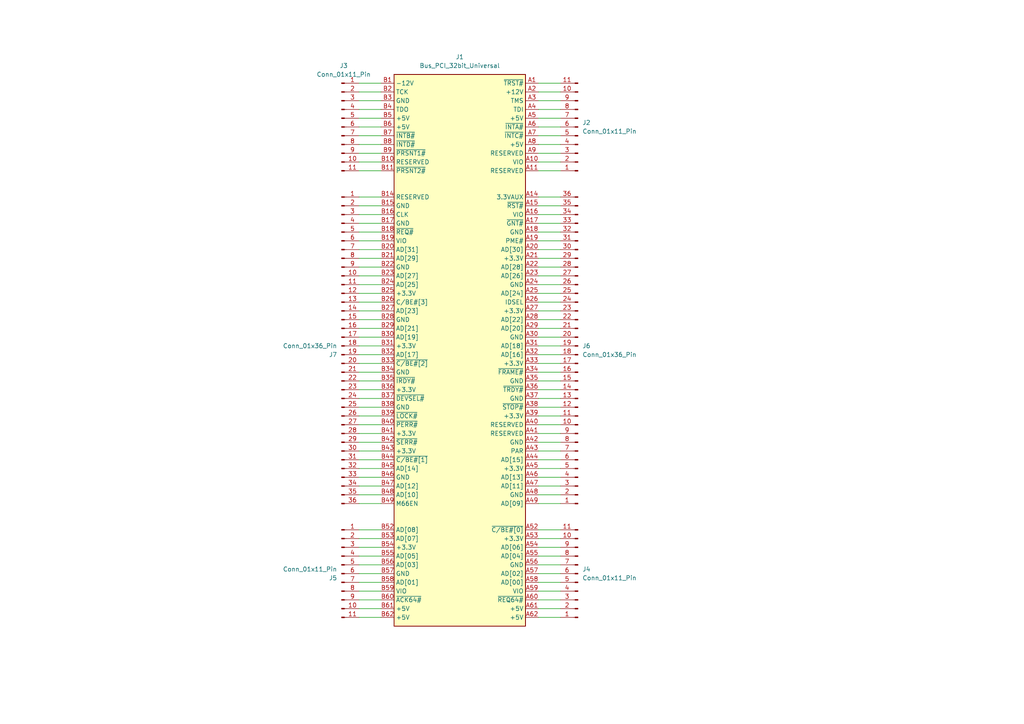
<source format=kicad_sch>
(kicad_sch (version 20250114) (generator "eeschema") (generator_version "9.0")
  (paper "A4")
  (lib_symbols
    (symbol "Connector:Bus_PCI_32bit_Universal"
      (property "Reference" "J" (at 0 80.01 0))
      (property "Value" "Bus_PCI_32bit_Universal" (at 0 -82.55 0))
      (symbol "Bus_PCI_32bit_Universal_0_1"
        (rectangle (start -19.05 78.74) (end 19.05 -81.28) (stroke (width 0.254)) (fill (type background)))
      )
      (symbol "Bus_PCI_32bit_Universal_1_1"
        (pin power_in line (at -22.86 76.2 0) (length 3.81) (name "-12V") (number "B1"))
        (pin output line (at -22.86 73.66 0) (length 3.81) (name "TCK") (number "B2"))
        (pin power_in line (at -22.86 71.12 0) (length 3.81) (name "GND") (number "B3"))
        (pin input line (at -22.86 68.58 0) (length 3.81) (name "TDO") (number "B4"))
        (pin power_in line (at -22.86 66.04 0) (length 3.81) (name "+5V") (number "B5"))
        (pin power_in line (at -22.86 63.5 0) (length 3.81) (name "+5V") (number "B6"))
        (pin input line (at -22.86 60.96 0) (length 3.81) (name "~{INTB#}") (number "B7"))
        (pin input line (at -22.86 58.42 0) (length 3.81) (name "~{INTD#}") (number "B8"))
        (pin input line (at -22.86 55.88 0) (length 3.81) (name "~{PRSNT1#}") (number "B9"))
        (pin passive line (at -22.86 53.34 0) (length 3.81) (name "RESERVED") (number "B10"))
        (pin input line (at -22.86 50.8 0) (length 3.81) (name "~{PRSNT2#}") (number "B11"))
        (pin passive line (at -22.86 43.18 0) (length 3.81) (name "RESERVED") (number "B14"))
        (pin power_in line (at -22.86 40.64 0) (length 3.81) (name "GND") (number "B15"))
        (pin output line (at -22.86 38.1 0) (length 3.81) (name "CLK") (number "B16"))
        (pin power_in line (at -22.86 35.56 0) (length 3.81) (name "GND") (number "B17"))
        (pin bidirectional line (at -22.86 33.02 0) (length 3.81) (name "~{REQ#}") (number "B18"))
        (pin power_in line (at -22.86 30.48 0) (length 3.81) (name "VIO") (number "B19"))
        (pin bidirectional line (at -22.86 27.94 0) (length 3.81) (name "AD[31]") (number "B20"))
        (pin bidirectional line (at -22.86 25.4 0) (length 3.81) (name "AD[29]") (number "B21"))
        (pin power_in line (at -22.86 22.86 0) (length 3.81) (name "GND") (number "B22"))
        (pin bidirectional line (at -22.86 20.32 0) (length 3.81) (name "AD[27]") (number "B23"))
        (pin bidirectional line (at -22.86 17.78 0) (length 3.81) (name "AD[25]") (number "B24"))
        (pin power_in line (at -22.86 15.24 0) (length 3.81) (name "+3.3V") (number "B25"))
        (pin bidirectional line (at -22.86 12.7 0) (length 3.81) (name "C/BE#[3]") (number "B26"))
        (pin bidirectional line (at -22.86 10.16 0) (length 3.81) (name "AD[23]") (number "B27"))
        (pin power_in line (at -22.86 7.62 0) (length 3.81) (name "GND") (number "B28"))
        (pin bidirectional line (at -22.86 5.08 0) (length 3.81) (name "AD[21]") (number "B29"))
        (pin bidirectional line (at -22.86 2.54 0) (length 3.81) (name "AD[19]") (number "B30"))
        (pin power_in line (at -22.86 0 0) (length 3.81) (name "+3.3V") (number "B31"))
        (pin bidirectional line (at -22.86 -2.54 0) (length 3.81) (name "AD[17]") (number "B32"))
        (pin bidirectional line (at -22.86 -5.08 0) (length 3.81) (name "~{C/BE#[2]}") (number "B33"))
        (pin power_in line (at -22.86 -7.62 0) (length 3.81) (name "GND") (number "B34"))
        (pin bidirectional line (at -22.86 -10.16 0) (length 3.81) (name "~{IRDY#}") (number "B35"))
        (pin power_in line (at -22.86 -12.7 0) (length 3.81) (name "+3.3V") (number "B36"))
        (pin bidirectional line (at -22.86 -15.24 0) (length 3.81) (name "~{DEVSEL#}") (number "B37"))
        (pin power_in line (at -22.86 -17.78 0) (length 3.81) (name "GND") (number "B38"))
        (pin bidirectional line (at -22.86 -20.32 0) (length 3.81) (name "~{LOCK#}") (number "B39"))
        (pin bidirectional line (at -22.86 -22.86 0) (length 3.81) (name "~{PERR#}") (number "B40"))
        (pin power_in line (at -22.86 -25.4 0) (length 3.81) (name "+3.3V") (number "B41"))
        (pin input line (at -22.86 -27.94 0) (length 3.81) (name "~{SERR#}") (number "B42"))
        (pin power_in line (at -22.86 -30.48 0) (length 3.81) (name "+3.3V") (number "B43"))
        (pin bidirectional line (at -22.86 -33.02 0) (length 3.81) (name "~{C/BE#[1]}") (number "B44"))
        (pin bidirectional line (at -22.86 -35.56 0) (length 3.81) (name "AD[14]") (number "B45"))
        (pin power_in line (at -22.86 -38.1 0) (length 3.81) (name "GND") (number "B46"))
        (pin bidirectional line (at -22.86 -40.64 0) (length 3.81) (name "AD[12]") (number "B47"))
        (pin bidirectional line (at -22.86 -43.18 0) (length 3.81) (name "AD[10]") (number "B48"))
        (pin power_in line (at -22.86 -45.72 0) (length 3.81) (name "M66EN") (number "B49"))
        (pin bidirectional line (at -22.86 -53.34 0) (length 3.81) (name "AD[08]") (number "B52"))
        (pin bidirectional line (at -22.86 -55.88 0) (length 3.81) (name "AD[07]") (number "B53"))
        (pin input line (at -22.86 -58.42 0) (length 3.81) (name "+3.3V") (number "B54"))
        (pin bidirectional line (at -22.86 -60.96 0) (length 3.81) (name "AD[05]") (number "B55"))
        (pin bidirectional line (at -22.86 -63.5 0) (length 3.81) (name "AD[03]") (number "B56"))
        (pin power_in line (at -22.86 -66.04 0) (length 3.81) (name "GND") (number "B57"))
        (pin bidirectional line (at -22.86 -68.58 0) (length 3.81) (name "AD[01]") (number "B58"))
        (pin power_in line (at -22.86 -71.12 0) (length 3.81) (name "VIO") (number "B59"))
        (pin bidirectional line (at -22.86 -73.66 0) (length 3.81) (name "~{ACK64#}") (number "B60"))
        (pin power_in line (at -22.86 -76.2 0) (length 3.81) (name "+5V") (number "B61"))
        (pin power_in line (at -22.86 -78.74 0) (length 3.81) (name "+5V") (number "B62"))
        (pin output line (at 22.86 76.2 180) (length 3.81) (name "~{TRST#}") (number "A1"))
        (pin power_in line (at 22.86 73.66 180) (length 3.81) (name "+12V") (number "A2"))
        (pin output line (at 22.86 71.12 180) (length 3.81) (name "TMS") (number "A3"))
        (pin output line (at 22.86 68.58 180) (length 3.81) (name "TDI") (number "A4"))
        (pin power_in line (at 22.86 66.04 180) (length 3.81) (name "+5V") (number "A5"))
        (pin input line (at 22.86 63.5 180) (length 3.81) (name "~{INTA#}") (number "A6"))
        (pin input line (at 22.86 60.96 180) (length 3.81) (name "~{INTC#}") (number "A7"))
        (pin power_in line (at 22.86 58.42 180) (length 3.81) (name "+5V") (number "A8"))
        (pin passive line (at 22.86 55.88 180) (length 3.81) (name "RESERVED") (number "A9"))
        (pin power_in line (at 22.86 53.34 180) (length 3.81) (name "VIO") (number "A10"))
        (pin passive line (at 22.86 50.8 180) (length 3.81) (name "RESERVED") (number "A11"))
        (pin passive line (at 22.86 43.18 180) (length 3.81) (name "3.3VAUX") (number "A14"))
        (pin output line (at 22.86 40.64 180) (length 3.81) (name "~{RST#}") (number "A15"))
        (pin power_in line (at 22.86 38.1 180) (length 3.81) (name "VIO") (number "A16"))
        (pin bidirectional line (at 22.86 35.56 180) (length 3.81) (name "~{GNT#}") (number "A17"))
        (pin power_in line (at 22.86 33.02 180) (length 3.81) (name "GND") (number "A18"))
        (pin passive line (at 22.86 30.48 180) (length 3.81) (name "PME#") (number "A19"))
        (pin bidirectional line (at 22.86 27.94 180) (length 3.81) (name "AD[30]") (number "A20"))
        (pin power_in line (at 22.86 25.4 180) (length 3.81) (name "+3.3V") (number "A21"))
        (pin bidirectional line (at 22.86 22.86 180) (length 3.81) (name "AD[28]") (number "A22"))
        (pin bidirectional line (at 22.86 20.32 180) (length 3.81) (name "AD[26]") (number "A23"))
        (pin power_in line (at 22.86 17.78 180) (length 3.81) (name "GND") (number "A24"))
        (pin bidirectional line (at 22.86 15.24 180) (length 3.81) (name "AD[24]") (number "A25"))
        (pin output line (at 22.86 12.7 180) (length 3.81) (name "IDSEL") (number "A26"))
        (pin power_in line (at 22.86 10.16 180) (length 3.81) (name "+3.3V") (number "A27"))
        (pin bidirectional line (at 22.86 7.62 180) (length 3.81) (name "AD[22]") (number "A28"))
        (pin bidirectional line (at 22.86 5.08 180) (length 3.81) (name "AD[20]") (number "A29"))
        (pin power_in line (at 22.86 2.54 180) (length 3.81) (name "GND") (number "A30"))
        (pin bidirectional line (at 22.86 0 180) (length 3.81) (name "AD[18]") (number "A31"))
        (pin bidirectional line (at 22.86 -2.54 180) (length 3.81) (name "AD[16]") (number "A32"))
        (pin power_in line (at 22.86 -5.08 180) (length 3.81) (name "+3.3V") (number "A33"))
        (pin bidirectional line (at 22.86 -7.62 180) (length 3.81) (name "~{FRAME#}") (number "A34"))
        (pin power_in line (at 22.86 -10.16 180) (length 3.81) (name "GND") (number "A35"))
        (pin bidirectional line (at 22.86 -12.7 180) (length 3.81) (name "~{TRDY#}") (number "A36"))
        (pin power_in line (at 22.86 -15.24 180) (length 3.81) (name "GND") (number "A37"))
        (pin bidirectional line (at 22.86 -17.78 180) (length 3.81) (name "~{STOP#}") (number "A38"))
        (pin power_in line (at 22.86 -20.32 180) (length 3.81) (name "+3.3V") (number "A39"))
        (pin bidirectional line (at 22.86 -22.86 180) (length 3.81) (name "RESERVED") (number "A40"))
        (pin bidirectional line (at 22.86 -25.4 180) (length 3.81) (name "RESERVED") (number "A41"))
        (pin power_in line (at 22.86 -27.94 180) (length 3.81) (name "GND") (number "A42"))
        (pin bidirectional line (at 22.86 -30.48 180) (length 3.81) (name "PAR") (number "A43"))
        (pin bidirectional line (at 22.86 -33.02 180) (length 3.81) (name "AD[15]") (number "A44"))
        (pin power_in line (at 22.86 -35.56 180) (length 3.81) (name "+3.3V") (number "A45"))
        (pin bidirectional line (at 22.86 -38.1 180) (length 3.81) (name "AD[13]") (number "A46"))
        (pin bidirectional line (at 22.86 -40.64 180) (length 3.81) (name "AD[11]") (number "A47"))
        (pin power_in line (at 22.86 -43.18 180) (length 3.81) (name "GND") (number "A48"))
        (pin bidirectional line (at 22.86 -45.72 180) (length 3.81) (name "AD[09]") (number "A49"))
        (pin bidirectional line (at 22.86 -53.34 180) (length 3.81) (name "~{C/BE#[0]}") (number "A52"))
        (pin power_in line (at 22.86 -55.88 180) (length 3.81) (name "+3.3V") (number "A53"))
        (pin bidirectional line (at 22.86 -58.42 180) (length 3.81) (name "AD[06]") (number "A54"))
        (pin bidirectional line (at 22.86 -60.96 180) (length 3.81) (name "AD[04]") (number "A55"))
        (pin power_in line (at 22.86 -63.5 180) (length 3.81) (name "GND") (number "A56"))
        (pin bidirectional line (at 22.86 -66.04 180) (length 3.81) (name "AD[02]") (number "A57"))
        (pin bidirectional line (at 22.86 -68.58 180) (length 3.81) (name "AD[00]") (number "A58"))
        (pin power_in line (at 22.86 -71.12 180) (length 3.81) (name "VIO") (number "A59"))
        (pin bidirectional line (at 22.86 -73.66 180) (length 3.81) (name "~{REQ64#}") (number "A60"))
        (pin power_in line (at 22.86 -76.2 180) (length 3.81) (name "+5V") (number "A61"))
        (pin power_in line (at 22.86 -78.74 180) (length 3.81) (name "+5V") (number "A62"))
      )
    )
    (symbol "Connector:Conn_01x11_Pin" (pin_names (offset 1.016) (hide yes))
      (property "Reference" "J" (at 0 15.24 0))
      (property "Value" "Conn_01x11_Pin" (at 0 -15.24 0))
      (symbol "Conn_01x11_Pin_1_1"
        (rectangle (start 0.8636 12.827) (end 0 12.573) (stroke (width 0.1524)) (fill (type outline)))
        (rectangle (start 0.8636 10.287) (end 0 10.033) (stroke (width 0.1524)) (fill (type outline)))
        (rectangle (start 0.8636 7.747) (end 0 7.493) (stroke (width 0.1524)) (fill (type outline)))
        (rectangle (start 0.8636 5.207) (end 0 4.953) (stroke (width 0.1524)) (fill (type outline)))
        (rectangle (start 0.8636 2.667) (end 0 2.413) (stroke (width 0.1524)) (fill (type outline)))
        (rectangle (start 0.8636 0.127) (end 0 -0.127) (stroke (width 0.1524)) (fill (type outline)))
        (rectangle (start 0.8636 -2.413) (end 0 -2.667) (stroke (width 0.1524)) (fill (type outline)))
        (rectangle (start 0.8636 -4.953) (end 0 -5.207) (stroke (width 0.1524)) (fill (type outline)))
        (rectangle (start 0.8636 -7.493) (end 0 -7.747) (stroke (width 0.1524)) (fill (type outline)))
        (rectangle (start 0.8636 -10.033) (end 0 -10.287) (stroke (width 0.1524)) (fill (type outline)))
        (rectangle (start 0.8636 -12.573) (end 0 -12.827) (stroke (width 0.1524)) (fill (type outline)))
        (polyline (pts (xy 1.27 12.7) (xy 0.8636 12.7)) (stroke (width 0.1524)))
        (polyline (pts (xy 1.27 10.16) (xy 0.8636 10.16)) (stroke (width 0.1524)))
        (polyline (pts (xy 1.27 7.62) (xy 0.8636 7.62)) (stroke (width 0.1524)))
        (polyline (pts (xy 1.27 5.08) (xy 0.8636 5.08)) (stroke (width 0.1524)))
        (polyline (pts (xy 1.27 2.54) (xy 0.8636 2.54)) (stroke (width 0.1524)))
        (polyline (pts (xy 1.27 0) (xy 0.8636 0)) (stroke (width 0.1524)))
        (polyline (pts (xy 1.27 -2.54) (xy 0.8636 -2.54)) (stroke (width 0.1524)))
        (polyline (pts (xy 1.27 -5.08) (xy 0.8636 -5.08)) (stroke (width 0.1524)))
        (polyline (pts (xy 1.27 -7.62) (xy 0.8636 -7.62)) (stroke (width 0.1524)))
        (polyline (pts (xy 1.27 -10.16) (xy 0.8636 -10.16)) (stroke (width 0.1524)))
        (polyline (pts (xy 1.27 -12.7) (xy 0.8636 -12.7)) (stroke (width 0.1524)))
        (pin passive line (at 5.08 12.7 180) (length 3.81) (name "Pin_1") (number "1"))
        (pin passive line (at 5.08 10.16 180) (length 3.81) (name "Pin_2") (number "2"))
        (pin passive line (at 5.08 7.62 180) (length 3.81) (name "Pin_3") (number "3"))
        (pin passive line (at 5.08 5.08 180) (length 3.81) (name "Pin_4") (number "4"))
        (pin passive line (at 5.08 2.54 180) (length 3.81) (name "Pin_5") (number "5"))
        (pin passive line (at 5.08 0 180) (length 3.81) (name "Pin_6") (number "6"))
        (pin passive line (at 5.08 -2.54 180) (length 3.81) (name "Pin_7") (number "7"))
        (pin passive line (at 5.08 -5.08 180) (length 3.81) (name "Pin_8") (number "8"))
        (pin passive line (at 5.08 -7.62 180) (length 3.81) (name "Pin_9") (number "9"))
        (pin passive line (at 5.08 -10.16 180) (length 3.81) (name "Pin_10") (number "10"))
        (pin passive line (at 5.08 -12.7 180) (length 3.81) (name "Pin_11") (number "11"))
      )
    )
    (symbol "Connector:Conn_01x36_Pin" (pin_names (offset 1.016) (hide yes))
      (property "Reference" "J" (at 0 45.72 0))
      (property "Value" "Conn_01x36_Pin" (at 0 -48.26 0))
      (symbol "Conn_01x36_Pin_1_1"
        (rectangle (start 0.8636 43.307) (end 0 43.053) (stroke (width 0.1524)) (fill (type outline)))
        (rectangle (start 0.8636 40.767) (end 0 40.513) (stroke (width 0.1524)) (fill (type outline)))
        (rectangle (start 0.8636 38.227) (end 0 37.973) (stroke (width 0.1524)) (fill (type outline)))
        (rectangle (start 0.8636 35.687) (end 0 35.433) (stroke (width 0.1524)) (fill (type outline)))
        (rectangle (start 0.8636 33.147) (end 0 32.893) (stroke (width 0.1524)) (fill (type outline)))
        (rectangle (start 0.8636 30.607) (end 0 30.353) (stroke (width 0.1524)) (fill (type outline)))
        (rectangle (start 0.8636 28.067) (end 0 27.813) (stroke (width 0.1524)) (fill (type outline)))
        (rectangle (start 0.8636 25.527) (end 0 25.273) (stroke (width 0.1524)) (fill (type outline)))
        (rectangle (start 0.8636 22.987) (end 0 22.733) (stroke (width 0.1524)) (fill (type outline)))
        (rectangle (start 0.8636 20.447) (end 0 20.193) (stroke (width 0.1524)) (fill (type outline)))
        (rectangle (start 0.8636 17.907) (end 0 17.653) (stroke (width 0.1524)) (fill (type outline)))
        (rectangle (start 0.8636 15.367) (end 0 15.113) (stroke (width 0.1524)) (fill (type outline)))
        (rectangle (start 0.8636 12.827) (end 0 12.573) (stroke (width 0.1524)) (fill (type outline)))
        (rectangle (start 0.8636 10.287) (end 0 10.033) (stroke (width 0.1524)) (fill (type outline)))
        (rectangle (start 0.8636 7.747) (end 0 7.493) (stroke (width 0.1524)) (fill (type outline)))
        (rectangle (start 0.8636 5.207) (end 0 4.953) (stroke (width 0.1524)) (fill (type outline)))
        (rectangle (start 0.8636 2.667) (end 0 2.413) (stroke (width 0.1524)) (fill (type outline)))
        (rectangle (start 0.8636 0.127) (end 0 -0.127) (stroke (width 0.1524)) (fill (type outline)))
        (rectangle (start 0.8636 -2.413) (end 0 -2.667) (stroke (width 0.1524)) (fill (type outline)))
        (rectangle (start 0.8636 -4.953) (end 0 -5.207) (stroke (width 0.1524)) (fill (type outline)))
        (rectangle (start 0.8636 -7.493) (end 0 -7.747) (stroke (width 0.1524)) (fill (type outline)))
        (rectangle (start 0.8636 -10.033) (end 0 -10.287) (stroke (width 0.1524)) (fill (type outline)))
        (rectangle (start 0.8636 -12.573) (end 0 -12.827) (stroke (width 0.1524)) (fill (type outline)))
        (rectangle (start 0.8636 -15.113) (end 0 -15.367) (stroke (width 0.1524)) (fill (type outline)))
        (rectangle (start 0.8636 -17.653) (end 0 -17.907) (stroke (width 0.1524)) (fill (type outline)))
        (rectangle (start 0.8636 -20.193) (end 0 -20.447) (stroke (width 0.1524)) (fill (type outline)))
        (rectangle (start 0.8636 -22.733) (end 0 -22.987) (stroke (width 0.1524)) (fill (type outline)))
        (rectangle (start 0.8636 -25.273) (end 0 -25.527) (stroke (width 0.1524)) (fill (type outline)))
        (rectangle (start 0.8636 -27.813) (end 0 -28.067) (stroke (width 0.1524)) (fill (type outline)))
        (rectangle (start 0.8636 -30.353) (end 0 -30.607) (stroke (width 0.1524)) (fill (type outline)))
        (rectangle (start 0.8636 -32.893) (end 0 -33.147) (stroke (width 0.1524)) (fill (type outline)))
        (rectangle (start 0.8636 -35.433) (end 0 -35.687) (stroke (width 0.1524)) (fill (type outline)))
        (rectangle (start 0.8636 -37.973) (end 0 -38.227) (stroke (width 0.1524)) (fill (type outline)))
        (rectangle (start 0.8636 -40.513) (end 0 -40.767) (stroke (width 0.1524)) (fill (type outline)))
        (rectangle (start 0.8636 -43.053) (end 0 -43.307) (stroke (width 0.1524)) (fill (type outline)))
        (rectangle (start 0.8636 -45.593) (end 0 -45.847) (stroke (width 0.1524)) (fill (type outline)))
        (polyline (pts (xy 1.27 43.18) (xy 0.8636 43.18)) (stroke (width 0.1524)))
        (polyline (pts (xy 1.27 40.64) (xy 0.8636 40.64)) (stroke (width 0.1524)))
        (polyline (pts (xy 1.27 38.1) (xy 0.8636 38.1)) (stroke (width 0.1524)))
        (polyline (pts (xy 1.27 35.56) (xy 0.8636 35.56)) (stroke (width 0.1524)))
        (polyline (pts (xy 1.27 33.02) (xy 0.8636 33.02)) (stroke (width 0.1524)))
        (polyline (pts (xy 1.27 30.48) (xy 0.8636 30.48)) (stroke (width 0.1524)))
        (polyline (pts (xy 1.27 27.94) (xy 0.8636 27.94)) (stroke (width 0.1524)))
        (polyline (pts (xy 1.27 25.4) (xy 0.8636 25.4)) (stroke (width 0.1524)))
        (polyline (pts (xy 1.27 22.86) (xy 0.8636 22.86)) (stroke (width 0.1524)))
        (polyline (pts (xy 1.27 20.32) (xy 0.8636 20.32)) (stroke (width 0.1524)))
        (polyline (pts (xy 1.27 17.78) (xy 0.8636 17.78)) (stroke (width 0.1524)))
        (polyline (pts (xy 1.27 15.24) (xy 0.8636 15.24)) (stroke (width 0.1524)))
        (polyline (pts (xy 1.27 12.7) (xy 0.8636 12.7)) (stroke (width 0.1524)))
        (polyline (pts (xy 1.27 10.16) (xy 0.8636 10.16)) (stroke (width 0.1524)))
        (polyline (pts (xy 1.27 7.62) (xy 0.8636 7.62)) (stroke (width 0.1524)))
        (polyline (pts (xy 1.27 5.08) (xy 0.8636 5.08)) (stroke (width 0.1524)))
        (polyline (pts (xy 1.27 2.54) (xy 0.8636 2.54)) (stroke (width 0.1524)))
        (polyline (pts (xy 1.27 0) (xy 0.8636 0)) (stroke (width 0.1524)))
        (polyline (pts (xy 1.27 -2.54) (xy 0.8636 -2.54)) (stroke (width 0.1524)))
        (polyline (pts (xy 1.27 -5.08) (xy 0.8636 -5.08)) (stroke (width 0.1524)))
        (polyline (pts (xy 1.27 -7.62) (xy 0.8636 -7.62)) (stroke (width 0.1524)))
        (polyline (pts (xy 1.27 -10.16) (xy 0.8636 -10.16)) (stroke (width 0.1524)))
        (polyline (pts (xy 1.27 -12.7) (xy 0.8636 -12.7)) (stroke (width 0.1524)))
        (polyline (pts (xy 1.27 -15.24) (xy 0.8636 -15.24)) (stroke (width 0.1524)))
        (polyline (pts (xy 1.27 -17.78) (xy 0.8636 -17.78)) (stroke (width 0.1524)))
        (polyline (pts (xy 1.27 -20.32) (xy 0.8636 -20.32)) (stroke (width 0.1524)))
        (polyline (pts (xy 1.27 -22.86) (xy 0.8636 -22.86)) (stroke (width 0.1524)))
        (polyline (pts (xy 1.27 -25.4) (xy 0.8636 -25.4)) (stroke (width 0.1524)))
        (polyline (pts (xy 1.27 -27.94) (xy 0.8636 -27.94)) (stroke (width 0.1524)))
        (polyline (pts (xy 1.27 -30.48) (xy 0.8636 -30.48)) (stroke (width 0.1524)))
        (polyline (pts (xy 1.27 -33.02) (xy 0.8636 -33.02)) (stroke (width 0.1524)))
        (polyline (pts (xy 1.27 -35.56) (xy 0.8636 -35.56)) (stroke (width 0.1524)))
        (polyline (pts (xy 1.27 -38.1) (xy 0.8636 -38.1)) (stroke (width 0.1524)))
        (polyline (pts (xy 1.27 -40.64) (xy 0.8636 -40.64)) (stroke (width 0.1524)))
        (polyline (pts (xy 1.27 -43.18) (xy 0.8636 -43.18)) (stroke (width 0.1524)))
        (polyline (pts (xy 1.27 -45.72) (xy 0.8636 -45.72)) (stroke (width 0.1524)))
        (pin passive line (at 5.08 43.18 180) (length 3.81) (name "Pin_1") (number "1"))
        (pin passive line (at 5.08 40.64 180) (length 3.81) (name "Pin_2") (number "2"))
        (pin passive line (at 5.08 38.1 180) (length 3.81) (name "Pin_3") (number "3"))
        (pin passive line (at 5.08 35.56 180) (length 3.81) (name "Pin_4") (number "4"))
        (pin passive line (at 5.08 33.02 180) (length 3.81) (name "Pin_5") (number "5"))
        (pin passive line (at 5.08 30.48 180) (length 3.81) (name "Pin_6") (number "6"))
        (pin passive line (at 5.08 27.94 180) (length 3.81) (name "Pin_7") (number "7"))
        (pin passive line (at 5.08 25.4 180) (length 3.81) (name "Pin_8") (number "8"))
        (pin passive line (at 5.08 22.86 180) (length 3.81) (name "Pin_9") (number "9"))
        (pin passive line (at 5.08 20.32 180) (length 3.81) (name "Pin_10") (number "10"))
        (pin passive line (at 5.08 17.78 180) (length 3.81) (name "Pin_11") (number "11"))
        (pin passive line (at 5.08 15.24 180) (length 3.81) (name "Pin_12") (number "12"))
        (pin passive line (at 5.08 12.7 180) (length 3.81) (name "Pin_13") (number "13"))
        (pin passive line (at 5.08 10.16 180) (length 3.81) (name "Pin_14") (number "14"))
        (pin passive line (at 5.08 7.62 180) (length 3.81) (name "Pin_15") (number "15"))
        (pin passive line (at 5.08 5.08 180) (length 3.81) (name "Pin_16") (number "16"))
        (pin passive line (at 5.08 2.54 180) (length 3.81) (name "Pin_17") (number "17"))
        (pin passive line (at 5.08 0 180) (length 3.81) (name "Pin_18") (number "18"))
        (pin passive line (at 5.08 -2.54 180) (length 3.81) (name "Pin_19") (number "19"))
        (pin passive line (at 5.08 -5.08 180) (length 3.81) (name "Pin_20") (number "20"))
        (pin passive line (at 5.08 -7.62 180) (length 3.81) (name "Pin_21") (number "21"))
        (pin passive line (at 5.08 -10.16 180) (length 3.81) (name "Pin_22") (number "22"))
        (pin passive line (at 5.08 -12.7 180) (length 3.81) (name "Pin_23") (number "23"))
        (pin passive line (at 5.08 -15.24 180) (length 3.81) (name "Pin_24") (number "24"))
        (pin passive line (at 5.08 -17.78 180) (length 3.81) (name "Pin_25") (number "25"))
        (pin passive line (at 5.08 -20.32 180) (length 3.81) (name "Pin_26") (number "26"))
        (pin passive line (at 5.08 -22.86 180) (length 3.81) (name "Pin_27") (number "27"))
        (pin passive line (at 5.08 -25.4 180) (length 3.81) (name "Pin_28") (number "28"))
        (pin passive line (at 5.08 -27.94 180) (length 3.81) (name "Pin_29") (number "29"))
        (pin passive line (at 5.08 -30.48 180) (length 3.81) (name "Pin_30") (number "30"))
        (pin passive line (at 5.08 -33.02 180) (length 3.81) (name "Pin_31") (number "31"))
        (pin passive line (at 5.08 -35.56 180) (length 3.81) (name "Pin_32") (number "32"))
        (pin passive line (at 5.08 -38.1 180) (length 3.81) (name "Pin_33") (number "33"))
        (pin passive line (at 5.08 -40.64 180) (length 3.81) (name "Pin_34") (number "34"))
        (pin passive line (at 5.08 -43.18 180) (length 3.81) (name "Pin_35") (number "35"))
        (pin passive line (at 5.08 -45.72 180) (length 3.81) (name "Pin_36") (number "36"))
      )
    )
  )
  (wire (pts (xy 104.14 163.83) (xy 110.49 163.83)))
  (wire (pts (xy 104.14 90.17) (xy 110.49 90.17)))
  (wire (pts (xy 162.56 105.41) (xy 156.21 105.41)))
  (wire (pts (xy 162.56 113.03) (xy 156.21 113.03)))
  (wire (pts (xy 162.56 110.49) (xy 156.21 110.49)))
  (wire (pts (xy 162.56 173.99) (xy 156.21 173.99)))
  (wire (pts (xy 104.14 130.81) (xy 110.49 130.81)))
  (wire (pts (xy 104.14 105.41) (xy 110.49 105.41)))
  (wire (pts (xy 104.14 138.43) (xy 110.49 138.43)))
  (wire (pts (xy 162.56 156.21) (xy 156.21 156.21)))
  (wire (pts (xy 162.56 166.37) (xy 156.21 166.37)))
  (wire (pts (xy 162.56 46.99) (xy 156.21 46.99)))
  (wire (pts (xy 104.14 166.37) (xy 110.49 166.37)))
  (wire (pts (xy 104.14 179.07) (xy 110.49 179.07)))
  (wire (pts (xy 104.14 46.99) (xy 110.49 46.99)))
  (wire (pts (xy 162.56 102.87) (xy 156.21 102.87)))
  (wire (pts (xy 104.14 24.13) (xy 110.49 24.13)))
  (wire (pts (xy 162.56 163.83) (xy 156.21 163.83)))
  (wire (pts (xy 162.56 143.51) (xy 156.21 143.51)))
  (wire (pts (xy 104.14 97.79) (xy 110.49 97.79)))
  (wire (pts (xy 162.56 97.79) (xy 156.21 97.79)))
  (wire (pts (xy 104.14 171.45) (xy 110.49 171.45)))
  (wire (pts (xy 162.56 176.53) (xy 156.21 176.53)))
  (wire (pts (xy 162.56 168.91) (xy 156.21 168.91)))
  (wire (pts (xy 162.56 138.43) (xy 156.21 138.43)))
  (wire (pts (xy 162.56 62.23) (xy 156.21 62.23)))
  (wire (pts (xy 104.14 31.75) (xy 110.49 31.75)))
  (wire (pts (xy 104.14 87.63) (xy 110.49 87.63)))
  (wire (pts (xy 104.14 74.93) (xy 110.49 74.93)))
  (wire (pts (xy 162.56 158.75) (xy 156.21 158.75)))
  (wire (pts (xy 104.14 34.29) (xy 110.49 34.29)))
  (wire (pts (xy 162.56 36.83) (xy 156.21 36.83)))
  (wire (pts (xy 104.14 39.37) (xy 110.49 39.37)))
  (wire (pts (xy 104.14 100.33) (xy 110.49 100.33)))
  (wire (pts (xy 104.14 57.15) (xy 110.49 57.15)))
  (wire (pts (xy 104.14 110.49) (xy 110.49 110.49)))
  (wire (pts (xy 162.56 31.75) (xy 156.21 31.75)))
  (wire (pts (xy 104.14 120.65) (xy 110.49 120.65)))
  (wire (pts (xy 104.14 125.73) (xy 110.49 125.73)))
  (wire (pts (xy 162.56 179.07) (xy 156.21 179.07)))
  (wire (pts (xy 104.14 128.27) (xy 110.49 128.27)))
  (wire (pts (xy 104.14 67.31) (xy 110.49 67.31)))
  (wire (pts (xy 104.14 133.35) (xy 110.49 133.35)))
  (wire (pts (xy 162.56 87.63) (xy 156.21 87.63)))
  (wire (pts (xy 162.56 125.73) (xy 156.21 125.73)))
  (wire (pts (xy 104.14 146.05) (xy 110.49 146.05)))
  (wire (pts (xy 162.56 123.19) (xy 156.21 123.19)))
  (wire (pts (xy 104.14 173.99) (xy 110.49 173.99)))
  (wire (pts (xy 104.14 64.77) (xy 110.49 64.77)))
  (wire (pts (xy 104.14 29.21) (xy 110.49 29.21)))
  (wire (pts (xy 104.14 123.19) (xy 110.49 123.19)))
  (wire (pts (xy 162.56 135.89) (xy 156.21 135.89)))
  (wire (pts (xy 104.14 95.25) (xy 110.49 95.25)))
  (wire (pts (xy 104.14 113.03) (xy 110.49 113.03)))
  (wire (pts (xy 162.56 80.01) (xy 156.21 80.01)))
  (wire (pts (xy 162.56 161.29) (xy 156.21 161.29)))
  (wire (pts (xy 104.14 115.57) (xy 110.49 115.57)))
  (wire (pts (xy 104.14 85.09) (xy 110.49 85.09)))
  (wire (pts (xy 104.14 168.91) (xy 110.49 168.91)))
  (wire (pts (xy 104.14 161.29) (xy 110.49 161.29)))
  (wire (pts (xy 162.56 57.15) (xy 156.21 57.15)))
  (wire (pts (xy 162.56 29.21) (xy 156.21 29.21)))
  (wire (pts (xy 162.56 44.45) (xy 156.21 44.45)))
  (wire (pts (xy 104.14 118.11) (xy 110.49 118.11)))
  (wire (pts (xy 104.14 41.91) (xy 110.49 41.91)))
  (wire (pts (xy 162.56 77.47) (xy 156.21 77.47)))
  (wire (pts (xy 104.14 80.01) (xy 110.49 80.01)))
  (wire (pts (xy 162.56 67.31) (xy 156.21 67.31)))
  (wire (pts (xy 104.14 92.71) (xy 110.49 92.71)))
  (wire (pts (xy 162.56 107.95) (xy 156.21 107.95)))
  (wire (pts (xy 162.56 118.11) (xy 156.21 118.11)))
  (wire (pts (xy 104.14 135.89) (xy 110.49 135.89)))
  (wire (pts (xy 162.56 90.17) (xy 156.21 90.17)))
  (wire (pts (xy 104.14 102.87) (xy 110.49 102.87)))
  (wire (pts (xy 162.56 95.25) (xy 156.21 95.25)))
  (wire (pts (xy 104.14 59.69) (xy 110.49 59.69)))
  (wire (pts (xy 104.14 69.85) (xy 110.49 69.85)))
  (wire (pts (xy 104.14 44.45) (xy 110.49 44.45)))
  (wire (pts (xy 162.56 128.27) (xy 156.21 128.27)))
  (wire (pts (xy 162.56 26.67) (xy 156.21 26.67)))
  (wire (pts (xy 104.14 107.95) (xy 110.49 107.95)))
  (wire (pts (xy 162.56 171.45) (xy 156.21 171.45)))
  (wire (pts (xy 162.56 115.57) (xy 156.21 115.57)))
  (wire (pts (xy 162.56 133.35) (xy 156.21 133.35)))
  (wire (pts (xy 162.56 41.91) (xy 156.21 41.91)))
  (wire (pts (xy 162.56 92.71) (xy 156.21 92.71)))
  (wire (pts (xy 162.56 59.69) (xy 156.21 59.69)))
  (wire (pts (xy 162.56 64.77) (xy 156.21 64.77)))
  (wire (pts (xy 162.56 24.13) (xy 156.21 24.13)))
  (wire (pts (xy 104.14 176.53) (xy 110.49 176.53)))
  (wire (pts (xy 104.14 140.97) (xy 110.49 140.97)))
  (wire (pts (xy 162.56 39.37) (xy 156.21 39.37)))
  (wire (pts (xy 162.56 85.09) (xy 156.21 85.09)))
  (wire (pts (xy 104.14 77.47) (xy 110.49 77.47)))
  (wire (pts (xy 104.14 36.83) (xy 110.49 36.83)))
  (wire (pts (xy 162.56 72.39) (xy 156.21 72.39)))
  (wire (pts (xy 104.14 143.51) (xy 110.49 143.51)))
  (wire (pts (xy 162.56 120.65) (xy 156.21 120.65)))
  (wire (pts (xy 104.14 49.53) (xy 110.49 49.53)))
  (wire (pts (xy 104.14 62.23) (xy 110.49 62.23)))
  (wire (pts (xy 162.56 34.29) (xy 156.21 34.29)))
  (wire (pts (xy 162.56 140.97) (xy 156.21 140.97)))
  (wire (pts (xy 104.14 72.39) (xy 110.49 72.39)))
  (wire (pts (xy 162.56 69.85) (xy 156.21 69.85)))
  (wire (pts (xy 162.56 49.53) (xy 156.21 49.53)))
  (wire (pts (xy 104.14 82.55) (xy 110.49 82.55)))
  (wire (pts (xy 162.56 146.05) (xy 156.21 146.05)))
  (wire (pts (xy 104.14 26.67) (xy 110.49 26.67)))
  (wire (pts (xy 104.14 156.21) (xy 110.49 156.21)))
  (wire (pts (xy 162.56 153.67) (xy 156.21 153.67)))
  (wire (pts (xy 162.56 100.33) (xy 156.21 100.33)))
  (wire (pts (xy 162.56 130.81) (xy 156.21 130.81)))
  (wire (pts (xy 104.14 158.75) (xy 110.49 158.75)))
  (wire (pts (xy 162.56 82.55) (xy 156.21 82.55)))
  (wire (pts (xy 104.14 153.67) (xy 110.49 153.67)))
  (wire (pts (xy 162.56 74.93) (xy 156.21 74.93)))
  (symbol (lib_id "Connector:Conn_01x36_Pin") (at 99.06 100.33 0) (unit 1)
    (property "Reference" "J7" (at 97.79 102.8701 0) (effects (justify right)))
    (property "Value" "Conn_01x36_Pin" (at 97.79 100.3301 0) (effects (justify right)))
    (property "Footprint" "Connector_PinHeader_2.54mm:PinHeader_1x36_P2.54mm_Vertical" (effects (hide yes)))
    (property "Description" "Generic connector, single row, 01x36, script generated" (effects (hide yes)))
  )
  (symbol (lib_id "Connector:Bus_PCI_32bit_Universal") (at 133.35 100.33 0) (unit 1)
    (property "Reference" "J1" (at 133.35 16.51 0))
    (property "Value" "Bus_PCI_32bit_Universal" (at 133.35 19.05 0))
    (property "Footprint" "Connector_PCBEdge:BUS_PCI" (effects (hide yes)))
    (property "Datasheet" "http://pinouts.ru/Slots/PCI_pinout.shtml" (effects (hide yes)))
    (property "Description" "PCI bus connector for universal 5V/3.3V cards" (effects (hide yes)))
  )
  (symbol (lib_id "Connector:Conn_01x36_Pin") (at 167.64 102.87 180) (unit 1)
    (property "Reference" "J6" (at 168.91 100.3299 0) (effects (justify right)))
    (property "Value" "Conn_01x36_Pin" (at 168.91 102.8699 0) (effects (justify right)))
    (property "Footprint" "Connector_PinHeader_2.54mm:PinHeader_1x36_P2.54mm_Vertical" (effects (hide yes)))
    (property "Description" "Generic connector, single row, 01x36, script generated" (effects (hide yes)))
  )
  (symbol (lib_id "Connector:Conn_01x11_Pin") (at 99.06 36.83 0) (unit 1)
    (property "Reference" "J3" (at 99.695 19.05 0))
    (property "Value" "Conn_01x11_Pin" (at 99.695 21.59 0))
    (property "Footprint" "Connector_PinHeader_2.54mm:PinHeader_1x11_P2.54mm_Vertical" (effects (hide yes)))
    (property "Description" "Generic connector, single row, 01x11, script generated" (effects (hide yes)))
  )
  (symbol (lib_id "Connector:Conn_01x11_Pin") (at 167.64 166.37 180) (unit 1)
    (property "Reference" "J4" (at 168.91 165.0999 0) (effects (justify right)))
    (property "Value" "Conn_01x11_Pin" (at 168.91 167.6399 0) (effects (justify right)))
    (property "Footprint" "Connector_PinHeader_2.54mm:PinHeader_1x11_P2.54mm_Vertical" (effects (hide yes)))
    (property "Description" "Generic connector, single row, 01x11, script generated" (effects (hide yes)))
  )
  (symbol (lib_id "Connector:Conn_01x11_Pin") (at 99.06 166.37 0) (unit 1)
    (property "Reference" "J5" (at 97.79 167.6401 0) (effects (justify right)))
    (property "Value" "Conn_01x11_Pin" (at 97.79 165.1001 0) (effects (justify right)))
    (property "Footprint" "Connector_PinHeader_2.54mm:PinHeader_1x11_P2.54mm_Vertical" (effects (hide yes)))
    (property "Description" "Generic connector, single row, 01x11, script generated" (effects (hide yes)))
  )
  (symbol (lib_id "Connector:Conn_01x11_Pin") (at 167.64 36.83 180) (unit 1)
    (property "Reference" "J2" (at 168.91 35.5599 0) (effects (justify right)))
    (property "Value" "Conn_01x11_Pin" (at 168.91 38.0999 0) (effects (justify right)))
    (property "Footprint" "Connector_PinHeader_2.54mm:PinHeader_1x11_P2.54mm_Vertical" (effects (hide yes)))
    (property "Description" "Generic connector, single row, 01x11, script generated" (effects (hide yes)))
  )
)
</source>
